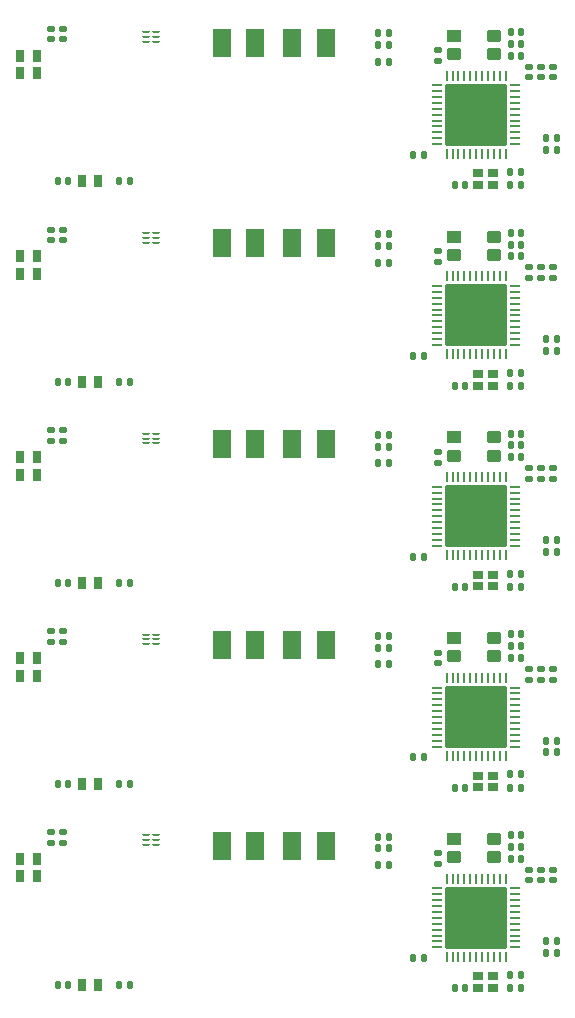
<source format=gbp>
G04*
G04 #@! TF.GenerationSoftware,Altium Limited,Altium Designer,25.5.2 (35)*
G04*
G04 Layer_Color=128*
%FSLAX44Y44*%
%MOMM*%
G71*
G04*
G04 #@! TF.SameCoordinates,67B56F09-9997-41D6-AB2B-D5ECDE41145E*
G04*
G04*
G04 #@! TF.FilePolarity,Positive*
G04*
G01*
G75*
G04:AMPARAMS|DCode=23|XSize=0.72mm|YSize=0.99mm|CornerRadius=0.09mm|HoleSize=0mm|Usage=FLASHONLY|Rotation=180.000|XOffset=0mm|YOffset=0mm|HoleType=Round|Shape=RoundedRectangle|*
%AMROUNDEDRECTD23*
21,1,0.7200,0.8100,0,0,180.0*
21,1,0.5400,0.9900,0,0,180.0*
1,1,0.1800,-0.2700,0.4050*
1,1,0.1800,0.2700,0.4050*
1,1,0.1800,0.2700,-0.4050*
1,1,0.1800,-0.2700,-0.4050*
%
%ADD23ROUNDEDRECTD23*%
G04:AMPARAMS|DCode=24|XSize=0.55mm|YSize=0.6mm|CornerRadius=0.0688mm|HoleSize=0mm|Usage=FLASHONLY|Rotation=0.000|XOffset=0mm|YOffset=0mm|HoleType=Round|Shape=RoundedRectangle|*
%AMROUNDEDRECTD24*
21,1,0.5500,0.4625,0,0,0.0*
21,1,0.4125,0.6000,0,0,0.0*
1,1,0.1375,0.2063,-0.2313*
1,1,0.1375,-0.2063,-0.2313*
1,1,0.1375,-0.2063,0.2313*
1,1,0.1375,0.2063,0.2313*
%
%ADD24ROUNDEDRECTD24*%
G04:AMPARAMS|DCode=25|XSize=0.55mm|YSize=0.6mm|CornerRadius=0.0688mm|HoleSize=0mm|Usage=FLASHONLY|Rotation=90.000|XOffset=0mm|YOffset=0mm|HoleType=Round|Shape=RoundedRectangle|*
%AMROUNDEDRECTD25*
21,1,0.5500,0.4625,0,0,90.0*
21,1,0.4125,0.6000,0,0,90.0*
1,1,0.1375,0.2313,0.2063*
1,1,0.1375,0.2313,-0.2063*
1,1,0.1375,-0.2313,-0.2063*
1,1,0.1375,-0.2313,0.2063*
%
%ADD25ROUNDEDRECTD25*%
G04:AMPARAMS|DCode=26|XSize=0.25mm|YSize=0.85mm|CornerRadius=0.05mm|HoleSize=0mm|Usage=FLASHONLY|Rotation=180.000|XOffset=0mm|YOffset=0mm|HoleType=Round|Shape=RoundedRectangle|*
%AMROUNDEDRECTD26*
21,1,0.2500,0.7500,0,0,180.0*
21,1,0.1500,0.8500,0,0,180.0*
1,1,0.1000,-0.0750,0.3750*
1,1,0.1000,0.0750,0.3750*
1,1,0.1000,0.0750,-0.3750*
1,1,0.1000,-0.0750,-0.3750*
%
%ADD26ROUNDEDRECTD26*%
G04:AMPARAMS|DCode=27|XSize=0.25mm|YSize=0.85mm|CornerRadius=0.05mm|HoleSize=0mm|Usage=FLASHONLY|Rotation=90.000|XOffset=0mm|YOffset=0mm|HoleType=Round|Shape=RoundedRectangle|*
%AMROUNDEDRECTD27*
21,1,0.2500,0.7500,0,0,90.0*
21,1,0.1500,0.8500,0,0,90.0*
1,1,0.1000,0.3750,0.0750*
1,1,0.1000,0.3750,-0.0750*
1,1,0.1000,-0.3750,-0.0750*
1,1,0.1000,-0.3750,0.0750*
%
%ADD27ROUNDEDRECTD27*%
G04:AMPARAMS|DCode=28|XSize=5.2mm|YSize=5.2mm|CornerRadius=0.05mm|HoleSize=0mm|Usage=FLASHONLY|Rotation=180.000|XOffset=0mm|YOffset=0mm|HoleType=Round|Shape=RoundedRectangle|*
%AMROUNDEDRECTD28*
21,1,5.2000,5.1000,0,0,180.0*
21,1,5.1000,5.2000,0,0,180.0*
1,1,0.1000,-2.5500,2.5500*
1,1,0.1000,2.5500,2.5500*
1,1,0.1000,2.5500,-2.5500*
1,1,0.1000,-2.5500,-2.5500*
%
%ADD28ROUNDEDRECTD28*%
G04:AMPARAMS|DCode=29|XSize=0.2mm|YSize=0.6mm|CornerRadius=0.05mm|HoleSize=0mm|Usage=FLASHONLY|Rotation=270.000|XOffset=0mm|YOffset=0mm|HoleType=Round|Shape=RoundedRectangle|*
%AMROUNDEDRECTD29*
21,1,0.2000,0.5000,0,0,270.0*
21,1,0.1000,0.6000,0,0,270.0*
1,1,0.1000,-0.2500,-0.0500*
1,1,0.1000,-0.2500,0.0500*
1,1,0.1000,0.2500,0.0500*
1,1,0.1000,0.2500,-0.0500*
%
%ADD29ROUNDEDRECTD29*%
G04:AMPARAMS|DCode=30|XSize=0.775mm|YSize=0.675mm|CornerRadius=0.0338mm|HoleSize=0mm|Usage=FLASHONLY|Rotation=0.000|XOffset=0mm|YOffset=0mm|HoleType=Round|Shape=RoundedRectangle|*
%AMROUNDEDRECTD30*
21,1,0.7750,0.6075,0,0,0.0*
21,1,0.7075,0.6750,0,0,0.0*
1,1,0.0675,0.3538,-0.3038*
1,1,0.0675,-0.3538,-0.3038*
1,1,0.0675,-0.3538,0.3038*
1,1,0.0675,0.3538,0.3038*
%
%ADD30ROUNDEDRECTD30*%
G04:AMPARAMS|DCode=31|XSize=1.15mm|YSize=1.05mm|CornerRadius=0.1313mm|HoleSize=0mm|Usage=FLASHONLY|Rotation=0.000|XOffset=0mm|YOffset=0mm|HoleType=Round|Shape=RoundedRectangle|*
%AMROUNDEDRECTD31*
21,1,1.1500,0.7875,0,0,0.0*
21,1,0.8875,1.0500,0,0,0.0*
1,1,0.2625,0.4438,-0.3938*
1,1,0.2625,-0.4438,-0.3938*
1,1,0.2625,-0.4438,0.3938*
1,1,0.2625,0.4438,0.3938*
%
%ADD31ROUNDEDRECTD31*%
G04:AMPARAMS|DCode=32|XSize=1.6mm|YSize=2.4mm|CornerRadius=0.05mm|HoleSize=0mm|Usage=FLASHONLY|Rotation=0.000|XOffset=0mm|YOffset=0mm|HoleType=Round|Shape=RoundedRectangle|*
%AMROUNDEDRECTD32*
21,1,1.6000,2.3000,0,0,0.0*
21,1,1.5000,2.4000,0,0,0.0*
1,1,0.1000,0.7500,-1.1500*
1,1,0.1000,-0.7500,-1.1500*
1,1,0.1000,-0.7500,1.1500*
1,1,0.1000,0.7500,1.1500*
%
%ADD32ROUNDEDRECTD32*%
%ADD33R,1.1500X1.0500*%
D23*
X526154Y707004D02*
D03*
X512354D02*
D03*
Y722004D02*
D03*
X526154D02*
D03*
X564604Y615504D02*
D03*
X578504D02*
D03*
X526154Y877004D02*
D03*
X512354D02*
D03*
Y892004D02*
D03*
X526154D02*
D03*
X564604Y785504D02*
D03*
X578504D02*
D03*
X526154Y1047004D02*
D03*
X512354D02*
D03*
Y1062004D02*
D03*
X526154D02*
D03*
X564604Y955504D02*
D03*
X578504D02*
D03*
X526154Y1217004D02*
D03*
X512354D02*
D03*
Y1232004D02*
D03*
X526154D02*
D03*
X564604Y1125504D02*
D03*
X578504D02*
D03*
X526154Y1387004D02*
D03*
X512354D02*
D03*
Y1402004D02*
D03*
X526154D02*
D03*
X564604Y1295504D02*
D03*
X578504D02*
D03*
D24*
X936254Y612254D02*
D03*
X927254D02*
D03*
X880004Y612254D02*
D03*
X889004D02*
D03*
X845143Y637879D02*
D03*
X854143D02*
D03*
X936504Y742004D02*
D03*
X927504D02*
D03*
X936504Y722004D02*
D03*
X927504D02*
D03*
X544004Y615504D02*
D03*
X553004D02*
D03*
X936254Y623504D02*
D03*
X927254D02*
D03*
X966504Y652004D02*
D03*
X957504D02*
D03*
X605254Y615504D02*
D03*
X596254D02*
D03*
X966504Y642004D02*
D03*
X957504D02*
D03*
X824254Y730754D02*
D03*
X815254D02*
D03*
Y740754D02*
D03*
X824254D02*
D03*
X927504Y732004D02*
D03*
X936504D02*
D03*
X824254Y716754D02*
D03*
X815254D02*
D03*
X936254Y782254D02*
D03*
X927254D02*
D03*
X880004Y782254D02*
D03*
X889004D02*
D03*
X845143Y807879D02*
D03*
X854143D02*
D03*
X936504Y912004D02*
D03*
X927504D02*
D03*
X936504Y892004D02*
D03*
X927504D02*
D03*
X544004Y785504D02*
D03*
X553004D02*
D03*
X936254Y793504D02*
D03*
X927254D02*
D03*
X966504Y822004D02*
D03*
X957504D02*
D03*
X605254Y785504D02*
D03*
X596254D02*
D03*
X966504Y812004D02*
D03*
X957504D02*
D03*
X824254Y900754D02*
D03*
X815254D02*
D03*
Y910754D02*
D03*
X824254D02*
D03*
X927504Y902004D02*
D03*
X936504D02*
D03*
X824254Y886754D02*
D03*
X815254D02*
D03*
X936254Y952254D02*
D03*
X927254D02*
D03*
X880004Y952254D02*
D03*
X889004D02*
D03*
X845143Y977879D02*
D03*
X854143D02*
D03*
X936504Y1082004D02*
D03*
X927504D02*
D03*
X936504Y1062004D02*
D03*
X927504D02*
D03*
X544004Y955504D02*
D03*
X553004D02*
D03*
X936254Y963504D02*
D03*
X927254D02*
D03*
X966504Y992004D02*
D03*
X957504D02*
D03*
X605254Y955504D02*
D03*
X596254D02*
D03*
X966504Y982004D02*
D03*
X957504D02*
D03*
X824254Y1070754D02*
D03*
X815254D02*
D03*
Y1080754D02*
D03*
X824254D02*
D03*
X927504Y1072004D02*
D03*
X936504D02*
D03*
X824254Y1056754D02*
D03*
X815254D02*
D03*
X936254Y1122254D02*
D03*
X927254D02*
D03*
X880004Y1122254D02*
D03*
X889004D02*
D03*
X845143Y1147879D02*
D03*
X854143D02*
D03*
X936504Y1252004D02*
D03*
X927504D02*
D03*
X936504Y1232004D02*
D03*
X927504D02*
D03*
X544004Y1125504D02*
D03*
X553004D02*
D03*
X936254Y1133504D02*
D03*
X927254D02*
D03*
X966504Y1162004D02*
D03*
X957504D02*
D03*
X605254Y1125504D02*
D03*
X596254D02*
D03*
X966504Y1152004D02*
D03*
X957504D02*
D03*
X824254Y1240754D02*
D03*
X815254D02*
D03*
Y1250754D02*
D03*
X824254D02*
D03*
X927504Y1242004D02*
D03*
X936504D02*
D03*
X824254Y1226754D02*
D03*
X815254D02*
D03*
X936254Y1292254D02*
D03*
X927254D02*
D03*
X880004Y1292254D02*
D03*
X889004D02*
D03*
X845143Y1317879D02*
D03*
X854143D02*
D03*
X936504Y1422004D02*
D03*
X927504D02*
D03*
X936504Y1402004D02*
D03*
X927504D02*
D03*
X544004Y1295504D02*
D03*
X553004D02*
D03*
X936254Y1303504D02*
D03*
X927254D02*
D03*
X966504Y1332004D02*
D03*
X957504D02*
D03*
X605254Y1295504D02*
D03*
X596254D02*
D03*
X966504Y1322004D02*
D03*
X957504D02*
D03*
X824254Y1410754D02*
D03*
X815254D02*
D03*
Y1420754D02*
D03*
X824254D02*
D03*
X927504Y1412004D02*
D03*
X936504D02*
D03*
X824254Y1396754D02*
D03*
X815254D02*
D03*
D25*
X865754Y726504D02*
D03*
Y717504D02*
D03*
X943254Y712754D02*
D03*
Y703754D02*
D03*
X538004Y744754D02*
D03*
Y735754D02*
D03*
X548254D02*
D03*
Y744754D02*
D03*
X963254Y703754D02*
D03*
Y712754D02*
D03*
X953254D02*
D03*
Y703754D02*
D03*
X865754Y896504D02*
D03*
Y887504D02*
D03*
X943254Y882754D02*
D03*
Y873754D02*
D03*
X538004Y914754D02*
D03*
Y905754D02*
D03*
X548254D02*
D03*
Y914754D02*
D03*
X963254Y873754D02*
D03*
Y882754D02*
D03*
X953254D02*
D03*
Y873754D02*
D03*
X865754Y1066504D02*
D03*
Y1057504D02*
D03*
X943254Y1052754D02*
D03*
Y1043754D02*
D03*
X538004Y1084754D02*
D03*
Y1075754D02*
D03*
X548254D02*
D03*
Y1084754D02*
D03*
X963254Y1043754D02*
D03*
Y1052754D02*
D03*
X953254D02*
D03*
Y1043754D02*
D03*
X865754Y1236504D02*
D03*
Y1227504D02*
D03*
X943254Y1222754D02*
D03*
Y1213754D02*
D03*
X538004Y1254754D02*
D03*
Y1245754D02*
D03*
X548254D02*
D03*
Y1254754D02*
D03*
X963254Y1213754D02*
D03*
Y1222754D02*
D03*
X953254D02*
D03*
Y1213754D02*
D03*
X865754Y1406504D02*
D03*
Y1397504D02*
D03*
X943254Y1392754D02*
D03*
Y1383754D02*
D03*
X538004Y1424754D02*
D03*
Y1415754D02*
D03*
X548254D02*
D03*
Y1424754D02*
D03*
X963254Y1383754D02*
D03*
Y1392754D02*
D03*
X953254D02*
D03*
Y1383754D02*
D03*
D26*
X873254Y639004D02*
D03*
X923254Y639004D02*
D03*
X918254Y639004D02*
D03*
X898254Y639004D02*
D03*
X893254Y639004D02*
D03*
X888254Y639004D02*
D03*
X883254Y639004D02*
D03*
X878254D02*
D03*
X883254Y705004D02*
D03*
X888254Y705004D02*
D03*
X893254Y705004D02*
D03*
X898254D02*
D03*
X903254D02*
D03*
X908254Y705004D02*
D03*
X913254Y705004D02*
D03*
X918254Y705004D02*
D03*
X878254D02*
D03*
X908254Y639004D02*
D03*
X903254Y639004D02*
D03*
X923254Y705004D02*
D03*
X873254D02*
D03*
X913254Y639004D02*
D03*
X873254Y809004D02*
D03*
X923254Y809004D02*
D03*
X918254Y809004D02*
D03*
X898254Y809004D02*
D03*
X893254Y809004D02*
D03*
X888254Y809004D02*
D03*
X883254Y809004D02*
D03*
X878254D02*
D03*
X883254Y875004D02*
D03*
X888254Y875004D02*
D03*
X893254Y875004D02*
D03*
X898254D02*
D03*
X903254D02*
D03*
X908254Y875004D02*
D03*
X913254Y875004D02*
D03*
X918254Y875004D02*
D03*
X878254D02*
D03*
X908254Y809004D02*
D03*
X903254Y809004D02*
D03*
X923254Y875004D02*
D03*
X873254D02*
D03*
X913254Y809004D02*
D03*
X873254Y979004D02*
D03*
X923254Y979004D02*
D03*
X918254Y979004D02*
D03*
X898254Y979004D02*
D03*
X893254Y979004D02*
D03*
X888254Y979004D02*
D03*
X883254Y979004D02*
D03*
X878254D02*
D03*
X883254Y1045004D02*
D03*
X888254Y1045004D02*
D03*
X893254Y1045004D02*
D03*
X898254D02*
D03*
X903254D02*
D03*
X908254Y1045004D02*
D03*
X913254Y1045004D02*
D03*
X918254Y1045004D02*
D03*
X878254D02*
D03*
X908254Y979004D02*
D03*
X903254Y979004D02*
D03*
X923254Y1045004D02*
D03*
X873254D02*
D03*
X913254Y979004D02*
D03*
X873254Y1149004D02*
D03*
X923254Y1149004D02*
D03*
X918254Y1149004D02*
D03*
X898254Y1149004D02*
D03*
X893254Y1149004D02*
D03*
X888254Y1149004D02*
D03*
X883254Y1149004D02*
D03*
X878254D02*
D03*
X883254Y1215004D02*
D03*
X888254Y1215004D02*
D03*
X893254Y1215004D02*
D03*
X898254D02*
D03*
X903254D02*
D03*
X908254Y1215004D02*
D03*
X913254Y1215004D02*
D03*
X918254Y1215004D02*
D03*
X878254D02*
D03*
X908254Y1149004D02*
D03*
X903254Y1149004D02*
D03*
X923254Y1215004D02*
D03*
X873254D02*
D03*
X913254Y1149004D02*
D03*
X873254Y1319004D02*
D03*
X923254Y1319004D02*
D03*
X918254Y1319004D02*
D03*
X898254Y1319004D02*
D03*
X893254Y1319004D02*
D03*
X888254Y1319004D02*
D03*
X883254Y1319004D02*
D03*
X878254D02*
D03*
X883254Y1385004D02*
D03*
X888254Y1385004D02*
D03*
X893254Y1385004D02*
D03*
X898254D02*
D03*
X903254D02*
D03*
X908254Y1385004D02*
D03*
X913254Y1385004D02*
D03*
X918254Y1385004D02*
D03*
X878254D02*
D03*
X908254Y1319004D02*
D03*
X903254Y1319004D02*
D03*
X923254Y1385004D02*
D03*
X873254D02*
D03*
X913254Y1319004D02*
D03*
D27*
X931254Y697004D02*
D03*
X931254Y687004D02*
D03*
X931254Y682004D02*
D03*
X931254Y672004D02*
D03*
X931254Y662004D02*
D03*
X931254Y657004D02*
D03*
X931254Y652004D02*
D03*
Y647004D02*
D03*
X865254Y657004D02*
D03*
X865254Y662004D02*
D03*
X865254Y667004D02*
D03*
X865254Y672004D02*
D03*
X865254Y677004D02*
D03*
Y682004D02*
D03*
X865254Y687004D02*
D03*
Y692004D02*
D03*
X865254Y697004D02*
D03*
X865254Y647004D02*
D03*
X931254Y677004D02*
D03*
X865254Y652004D02*
D03*
X931254Y667004D02*
D03*
X931254Y692004D02*
D03*
X931254Y867004D02*
D03*
X931254Y857004D02*
D03*
X931254Y852004D02*
D03*
X931254Y842004D02*
D03*
X931254Y832004D02*
D03*
X931254Y827004D02*
D03*
X931254Y822004D02*
D03*
Y817004D02*
D03*
X865254Y827004D02*
D03*
X865254Y832004D02*
D03*
X865254Y837004D02*
D03*
X865254Y842004D02*
D03*
X865254Y847004D02*
D03*
Y852004D02*
D03*
X865254Y857004D02*
D03*
Y862004D02*
D03*
X865254Y867004D02*
D03*
X865254Y817004D02*
D03*
X931254Y847004D02*
D03*
X865254Y822004D02*
D03*
X931254Y837004D02*
D03*
X931254Y862004D02*
D03*
X931254Y1037004D02*
D03*
X931254Y1027004D02*
D03*
X931254Y1022004D02*
D03*
X931254Y1012004D02*
D03*
X931254Y1002004D02*
D03*
X931254Y997004D02*
D03*
X931254Y992004D02*
D03*
Y987004D02*
D03*
X865254Y997004D02*
D03*
X865254Y1002004D02*
D03*
X865254Y1007004D02*
D03*
X865254Y1012004D02*
D03*
X865254Y1017004D02*
D03*
Y1022004D02*
D03*
X865254Y1027004D02*
D03*
Y1032004D02*
D03*
X865254Y1037004D02*
D03*
X865254Y987004D02*
D03*
X931254Y1017004D02*
D03*
X865254Y992004D02*
D03*
X931254Y1007004D02*
D03*
X931254Y1032004D02*
D03*
X931254Y1207004D02*
D03*
X931254Y1197004D02*
D03*
X931254Y1192004D02*
D03*
X931254Y1182004D02*
D03*
X931254Y1172004D02*
D03*
X931254Y1167004D02*
D03*
X931254Y1162004D02*
D03*
Y1157004D02*
D03*
X865254Y1167004D02*
D03*
X865254Y1172004D02*
D03*
X865254Y1177004D02*
D03*
X865254Y1182004D02*
D03*
X865254Y1187004D02*
D03*
Y1192004D02*
D03*
X865254Y1197004D02*
D03*
Y1202004D02*
D03*
X865254Y1207004D02*
D03*
X865254Y1157004D02*
D03*
X931254Y1187004D02*
D03*
X865254Y1162004D02*
D03*
X931254Y1177004D02*
D03*
X931254Y1202004D02*
D03*
X931254Y1377004D02*
D03*
X931254Y1367004D02*
D03*
X931254Y1362004D02*
D03*
X931254Y1352004D02*
D03*
X931254Y1342004D02*
D03*
X931254Y1337004D02*
D03*
X931254Y1332004D02*
D03*
Y1327004D02*
D03*
X865254Y1337004D02*
D03*
X865254Y1342004D02*
D03*
X865254Y1347004D02*
D03*
X865254Y1352004D02*
D03*
X865254Y1357004D02*
D03*
Y1362004D02*
D03*
X865254Y1367004D02*
D03*
Y1372004D02*
D03*
X865254Y1377004D02*
D03*
X865254Y1327004D02*
D03*
X931254Y1357004D02*
D03*
X865254Y1332004D02*
D03*
X931254Y1347004D02*
D03*
X931254Y1372004D02*
D03*
D28*
X898254Y672004D02*
D03*
Y842004D02*
D03*
Y1012004D02*
D03*
Y1182004D02*
D03*
Y1352004D02*
D03*
D29*
X627104Y741754D02*
D03*
X627104Y737754D02*
D03*
X627104Y733754D02*
D03*
X618904Y741754D02*
D03*
X618904Y737754D02*
D03*
X618904Y733754D02*
D03*
X627104Y911754D02*
D03*
X627104Y907754D02*
D03*
X627104Y903754D02*
D03*
X618904Y911754D02*
D03*
X618904Y907754D02*
D03*
X618904Y903754D02*
D03*
X627104Y1081754D02*
D03*
X627104Y1077754D02*
D03*
X627104Y1073754D02*
D03*
X618904Y1081754D02*
D03*
X618904Y1077754D02*
D03*
X618904Y1073754D02*
D03*
X627104Y1251754D02*
D03*
X627104Y1247754D02*
D03*
X627104Y1243754D02*
D03*
X618904Y1251754D02*
D03*
X618904Y1247754D02*
D03*
X618904Y1243754D02*
D03*
X627104Y1421754D02*
D03*
X627104Y1417754D02*
D03*
X627104Y1413754D02*
D03*
X618904Y1421754D02*
D03*
X618904Y1417754D02*
D03*
X618904Y1413754D02*
D03*
D30*
X912629Y622374D02*
D03*
X912629Y612629D02*
D03*
X899884Y612629D02*
D03*
X899884Y622374D02*
D03*
X912629Y792374D02*
D03*
X912629Y782629D02*
D03*
X899884Y782629D02*
D03*
X899884Y792374D02*
D03*
X912629Y962374D02*
D03*
X912629Y952629D02*
D03*
X899884Y952629D02*
D03*
X899884Y962374D02*
D03*
X912629Y1132374D02*
D03*
X912629Y1122629D02*
D03*
X899884Y1122629D02*
D03*
X899884Y1132374D02*
D03*
X912629Y1302374D02*
D03*
X912629Y1292629D02*
D03*
X899884Y1292629D02*
D03*
X899884Y1302374D02*
D03*
D31*
X879504Y723254D02*
D03*
X913004D02*
D03*
Y738754D02*
D03*
X879504Y893254D02*
D03*
X913004D02*
D03*
Y908754D02*
D03*
X879504Y1063254D02*
D03*
X913004D02*
D03*
Y1078754D02*
D03*
X879504Y1233254D02*
D03*
X913004D02*
D03*
Y1248754D02*
D03*
X879504Y1403254D02*
D03*
X913004D02*
D03*
Y1418754D02*
D03*
D32*
X742754Y733004D02*
D03*
X682754D02*
D03*
X711254Y733004D02*
D03*
X771254D02*
D03*
X742754Y903004D02*
D03*
X682754D02*
D03*
X711254Y903004D02*
D03*
X771254D02*
D03*
X742754Y1073004D02*
D03*
X682754D02*
D03*
X711254Y1073004D02*
D03*
X771254D02*
D03*
X742754Y1243004D02*
D03*
X682754D02*
D03*
X711254Y1243004D02*
D03*
X771254D02*
D03*
X742754Y1413004D02*
D03*
X682754D02*
D03*
X711254Y1413004D02*
D03*
X771254D02*
D03*
D33*
X879504Y738754D02*
D03*
Y908754D02*
D03*
Y1078754D02*
D03*
Y1248754D02*
D03*
Y1418754D02*
D03*
M02*

</source>
